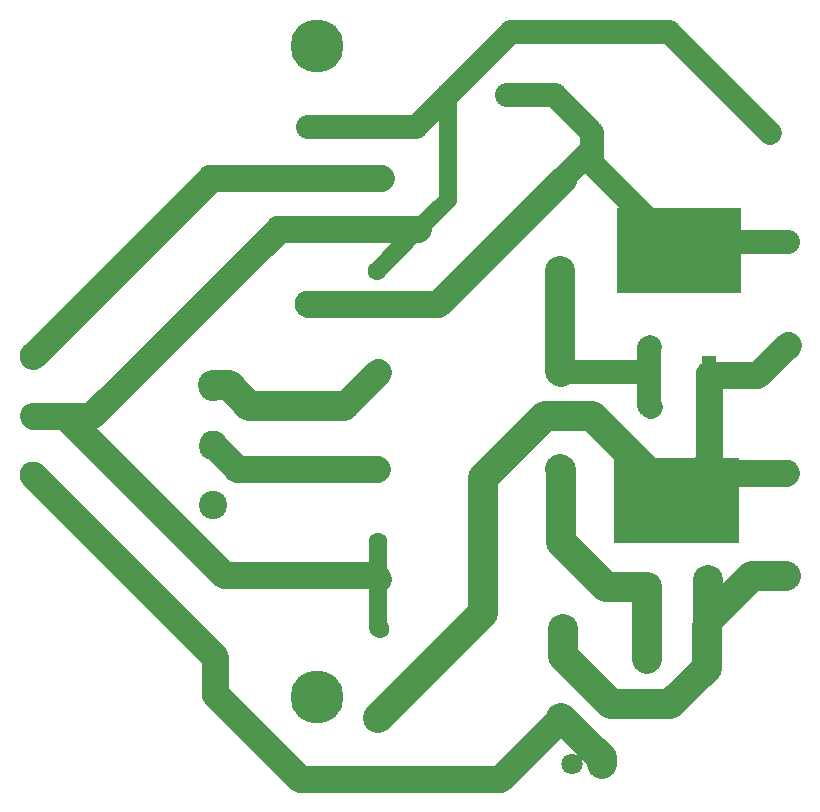
<source format=gbr>
%TF.GenerationSoftware,KiCad,Pcbnew,8.0.0*%
%TF.CreationDate,2024-09-27T00:56:10-04:00*%
%TF.ProjectId,untitled,756e7469-746c-4656-942e-6b696361645f,rev?*%
%TF.SameCoordinates,Original*%
%TF.FileFunction,Copper,L1,Top*%
%TF.FilePolarity,Positive*%
%FSLAX46Y46*%
G04 Gerber Fmt 4.6, Leading zero omitted, Abs format (unit mm)*
G04 Created by KiCad (PCBNEW 8.0.0) date 2024-09-27 00:56:10*
%MOMM*%
%LPD*%
G01*
G04 APERTURE LIST*
%TA.AperFunction,NonConductor*%
%ADD10C,0.000000*%
%TD*%
%TA.AperFunction,ViaPad*%
%ADD11C,1.800010*%
%TD*%
%TA.AperFunction,ViaPad*%
%ADD12C,1.134020*%
%TD*%
%TA.AperFunction,ViaPad*%
%ADD13C,7.180540*%
%TD*%
%TA.AperFunction,ViaPad*%
%ADD14C,1.600010*%
%TD*%
%TA.AperFunction,ViaPad*%
%ADD15C,4.500010*%
%TD*%
%TA.AperFunction,ViaPad*%
%ADD16C,2.200010*%
%TD*%
%TA.AperFunction,ViaPad*%
%ADD17C,2.400010*%
%TD*%
%TA.AperFunction,ViaPad*%
%ADD18C,2.286010*%
%TD*%
%TA.AperFunction,ViaPad*%
%ADD19C,2.540010*%
%TD*%
%TA.AperFunction,ViaPad*%
%ADD20C,2.032010*%
%TD*%
%TA.AperFunction,ViaPad*%
%ADD21C,1.524010*%
%TD*%
%TA.AperFunction,ViaPad*%
%ADD22C,1.498610*%
%TD*%
%TA.AperFunction,Conductor*%
%ADD23C,2.286000*%
%TD*%
%TA.AperFunction,Conductor*%
%ADD24C,2.540000*%
%TD*%
%TA.AperFunction,Conductor*%
%ADD25C,2.032000*%
%TD*%
%TA.AperFunction,Conductor*%
%ADD26C,1.524000*%
%TD*%
%TA.AperFunction,Conductor*%
%ADD27C,1.498600*%
%TD*%
G04 APERTURE END LIST*
D10*
%TA.AperFunction,NonConductor*%
G36*
X57165225Y41510040D02*
G01*
X56031215Y41510040D01*
X56031215Y44868580D01*
X57165225Y44868580D01*
X57165225Y41510040D01*
G37*
%TD.AperFunction*%
%TA.AperFunction,NonConductor*%
G36*
X62245225Y41510040D02*
G01*
X61111215Y41510040D01*
X61111215Y44868580D01*
X62245225Y44868580D01*
X62245225Y41510040D01*
G37*
%TD.AperFunction*%
%TA.AperFunction,NonConductor*%
G36*
X64421425Y50170520D02*
G01*
X53855025Y50170520D01*
X53855025Y57351050D01*
X64421425Y57351050D01*
X64421425Y50170520D01*
G37*
%TD.AperFunction*%
%TA.AperFunction,NonConductor*%
G36*
X56957055Y20323040D02*
G01*
X55823045Y20323040D01*
X55823045Y23681580D01*
X56957055Y23681580D01*
X56957055Y20323040D01*
G37*
%TD.AperFunction*%
%TA.AperFunction,NonConductor*%
G36*
X62037055Y20323040D02*
G01*
X60903045Y20323040D01*
X60903045Y23681580D01*
X62037055Y23681580D01*
X62037055Y20323040D01*
G37*
%TD.AperFunction*%
%TA.AperFunction,NonConductor*%
G36*
X64213255Y28983520D02*
G01*
X53646855Y28983520D01*
X53646855Y36164050D01*
X64213255Y36164050D01*
X64213255Y28983520D01*
G37*
%TD.AperFunction*%
%TA.AperFunction,NonConductor*%
G36*
X53479975Y9370000D02*
G01*
X51679975Y9370000D01*
X51679975Y11170000D01*
X53479975Y11170000D01*
X53479975Y9370000D01*
G37*
%TD.AperFunction*%
D11*
%TO.N,*%
X68200975Y34940000D03*
X68200975Y26240000D03*
X68327975Y54498000D03*
X68327975Y45798000D03*
D12*
X56598225Y43189310D03*
X61678225Y43189310D03*
D13*
X59138225Y53760790D03*
D12*
X56390055Y22002310D03*
X61470055Y22002310D03*
D13*
X58930055Y32573790D03*
D14*
X49154025Y14207000D03*
X33653925Y14207000D03*
X49281025Y21700000D03*
X33780925Y21700000D03*
X49027025Y35289000D03*
X33526925Y35289000D03*
X33653925Y29066000D03*
X49154025Y29066000D03*
X49122325Y43487990D03*
X33622225Y43487990D03*
X33526925Y52053000D03*
X49027025Y52053000D03*
D11*
X44538335Y66912000D03*
X39539615Y66912000D03*
X27687975Y64252110D03*
X27687975Y49251890D03*
X66811085Y63737000D03*
X51810865Y63737000D03*
D14*
X49408025Y59927000D03*
X33907925Y59927000D03*
D15*
X28513095Y71111890D03*
X28513095Y15972170D03*
D11*
X50039975Y10270000D03*
X52579975Y10270000D03*
D16*
X4446975Y44714000D03*
X4446975Y39714010D03*
X4446975Y34713990D03*
D17*
X19686975Y32214000D03*
X19686975Y37213990D03*
X19686975Y42214010D03*
D18*
X30757235Y40623000D03*
D19*
X56389975Y25256000D03*
X56390055Y22002310D03*
D20*
X56598225Y45530250D03*
X56598225Y43189310D03*
X56598225Y40668750D03*
X49122325Y43487990D03*
X56299555Y43487990D03*
X56598225Y43189310D03*
D19*
X49027025Y52053000D03*
X49027025Y43583290D03*
D20*
X49408025Y59927000D03*
X51810865Y61088160D03*
X51810865Y63737000D03*
X51810865Y62329840D03*
X44538335Y66912000D03*
X48635865Y66912000D03*
X27687975Y64252110D03*
X36879725Y64252110D03*
D21*
X39539615Y58065690D03*
D18*
X27687975Y49251890D03*
X38732915Y49251890D03*
D21*
X61723975Y21748390D03*
D20*
X68327975Y54498000D03*
X59875435Y54498000D03*
X39539615Y66912000D03*
X44873615Y72246000D03*
X58302085Y72246000D03*
D22*
X33653925Y21827000D03*
D19*
X49154025Y29066000D03*
X49154025Y35162000D03*
X49154025Y29066000D03*
X52964025Y25256000D03*
D18*
X68200975Y34940000D03*
X61296265Y34940000D03*
X60072975Y34273000D03*
X61678225Y35878250D03*
X61678225Y43189310D03*
X65719295Y43189310D03*
D19*
X49281025Y21700000D03*
X49281025Y19410950D03*
X53341975Y15350000D03*
X58409845Y15350000D03*
D20*
X61723975Y22639570D03*
D19*
X65324405Y26240000D03*
X61723975Y22639570D03*
X61470055Y18410210D03*
D20*
X61596975Y25256000D03*
D19*
X33653925Y14207000D03*
X51769845Y39734000D03*
X42546975Y23100050D03*
X42546975Y34527000D03*
X47753975Y39734000D03*
X49154025Y14207000D03*
X52579975Y10781050D03*
X19686975Y42341010D03*
X21016965Y42341010D03*
D18*
X4446975Y44841000D03*
X19532975Y59927000D03*
X33653925Y25950930D03*
D22*
X33653925Y29066000D03*
X33653925Y25950930D03*
D18*
X19686975Y37340990D03*
X21738965Y35289000D03*
D19*
X22734975Y40623000D03*
D18*
X33332855Y26272000D03*
X20575975Y26272000D03*
X7133965Y39714010D03*
X4446975Y34713990D03*
X19813975Y19346990D03*
X19813975Y16239000D03*
X43947025Y9000000D03*
X27052975Y9000000D03*
X25244355Y55578380D03*
X7133965Y39714010D03*
D21*
X33526925Y52053000D03*
X37052315Y55578380D03*
D18*
X9379985Y39714010D03*
D19*
X61596975Y22129230D03*
X61596975Y25891000D03*
X61596975Y25256000D03*
%TD*%
D23*
%TO.N,*%
X30757235Y40623000D02*
X33622225Y43487990D01*
D24*
X56389975Y25256000D02*
X56389975Y22002390D01*
X56390055Y22002310D02*
X56390055Y19160000D01*
D25*
X56598225Y45530250D02*
X56643975Y45576000D01*
X56598225Y43189310D02*
X56598225Y40668750D01*
X56598225Y40668750D02*
X56770975Y40496000D01*
X49122325Y43487990D02*
X56299555Y43487990D01*
X56299555Y43487990D02*
X56598225Y43189310D01*
X56598225Y43189310D02*
X56598225Y45530250D01*
D24*
X49027025Y52053000D02*
X49027025Y43583290D01*
X49027025Y43583290D02*
X49122325Y43487990D01*
D25*
X49408025Y59927000D02*
X51810865Y62329840D01*
X51810865Y61088160D02*
X59138225Y53760790D01*
X51810865Y63737000D02*
X51810865Y62329840D01*
X51810865Y62329840D02*
X51810865Y61088160D01*
X44538335Y66912000D02*
X48635865Y66912000D01*
X48635865Y66912000D02*
X51810865Y63737000D01*
X27687975Y64252110D02*
X36879725Y64252110D01*
X36879725Y64252110D02*
X39539615Y66912000D01*
D26*
X39539615Y58065690D02*
X39539615Y66912000D01*
D23*
X27687975Y49251890D02*
X38732915Y49251890D01*
X38732915Y49251890D02*
X49408025Y59927000D01*
D26*
X61723975Y21748390D02*
X61470055Y22002310D01*
D25*
X68327975Y54498000D02*
X59875435Y54498000D01*
X59875435Y54498000D02*
X59138225Y53760790D01*
X39539615Y66912000D02*
X44873615Y72246000D01*
X44873615Y72246000D02*
X58302085Y72246000D01*
X58302085Y72246000D02*
X66811085Y63737000D01*
D27*
X33653925Y21827000D02*
X33780925Y21700000D01*
D24*
X49154025Y29066000D02*
X49154025Y35162000D01*
X49154025Y35162000D02*
X49027025Y35289000D01*
X49154025Y29066000D02*
X52964025Y25256000D01*
X52964025Y25256000D02*
X56389975Y25256000D01*
D23*
X68200975Y34940000D02*
X61296265Y34940000D01*
X61296265Y34940000D02*
X58930055Y32573790D01*
X60072975Y34273000D02*
X61678225Y35878250D01*
X61678225Y35878250D02*
X61678225Y43189310D01*
X61678225Y43189310D02*
X65719295Y43189310D01*
X65719295Y43189310D02*
X68327975Y45798000D01*
D24*
X49281025Y21700000D02*
X49281025Y19410950D01*
X49281025Y19410950D02*
X53341975Y15350000D01*
X53341975Y15350000D02*
X58409845Y15350000D01*
X58409845Y15350000D02*
X61470055Y18410210D01*
D25*
X61723975Y22639570D02*
X61723975Y21748390D01*
D24*
X65324405Y26240000D02*
X68200975Y26240000D01*
X61723975Y22639570D02*
X65324405Y26240000D01*
X61470055Y18410210D02*
X61470055Y22002310D01*
D25*
X61596975Y25256000D02*
X61723975Y22639570D01*
D24*
X33653925Y14207000D02*
X42546975Y23100050D01*
X51769845Y39734000D02*
X58930055Y32573790D01*
X42546975Y23100050D02*
X42546975Y34527000D01*
X42546975Y34527000D02*
X47753975Y39734000D01*
X47753975Y39734000D02*
X51769845Y39734000D01*
X49154025Y14207000D02*
X52579975Y10781050D01*
X52579975Y10781050D02*
X52579975Y10270000D01*
X19686975Y42341010D02*
X21016965Y42341010D01*
X21016965Y42341010D02*
X22734975Y40623000D01*
D23*
X4446975Y44841000D02*
X19532975Y59927000D01*
X19532975Y59927000D02*
X33907925Y59927000D01*
X33653925Y25950930D02*
X33332855Y26272000D01*
D27*
X33653925Y29066000D02*
X33653925Y25950930D01*
X33653925Y25950930D02*
X33653925Y21827000D01*
D23*
X19686975Y37340990D02*
X21738965Y35289000D01*
X21738965Y35289000D02*
X33526925Y35289000D01*
D24*
X22734975Y40623000D02*
X30757235Y40623000D01*
D23*
X33332855Y26272000D02*
X20575975Y26272000D01*
X20575975Y26272000D02*
X7133965Y39714010D01*
X7133965Y39714010D02*
X4446975Y39714010D01*
X4446975Y34713990D02*
X19813975Y19346990D01*
X19813975Y19346990D02*
X19813975Y16239000D01*
X19813975Y16239000D02*
X27052975Y9000000D01*
X43947025Y9000000D02*
X49154025Y14207000D01*
X27052975Y9000000D02*
X43947025Y9000000D01*
X25244355Y55578380D02*
X37052315Y55578380D01*
X7133965Y39714010D02*
X9379985Y39714010D01*
D26*
X33526925Y52053000D02*
X37052315Y55578380D01*
X37052315Y55578380D02*
X39539615Y58065690D01*
D23*
X9379985Y39714010D02*
X25244355Y55578380D01*
D24*
X61596975Y22129230D02*
X61470055Y22002310D01*
X61596975Y25891000D02*
X61596975Y25256000D01*
X61596975Y25256000D02*
X61596975Y22129230D01*
%TD*%
M02*

</source>
